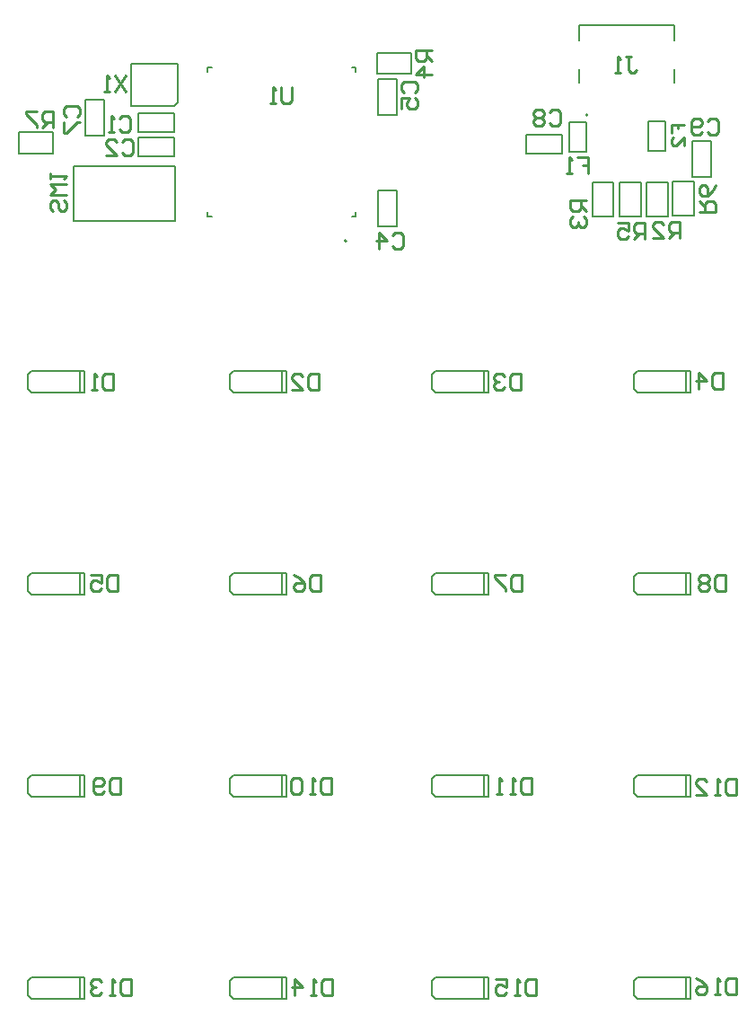
<source format=gbr>
G04*
G04 #@! TF.GenerationSoftware,Altium Limited,Altium Designer,22.4.2 (48)*
G04*
G04 Layer_Color=32896*
%FSLAX25Y25*%
%MOIN*%
G70*
G04*
G04 #@! TF.SameCoordinates,D4448EEE-889B-48FB-A541-E9576EB43F8F*
G04*
G04*
G04 #@! TF.FilePolarity,Positive*
G04*
G01*
G75*
%ADD10C,0.00787*%
%ADD11C,0.00500*%
%ADD12C,0.01000*%
D10*
X455847Y372500D02*
G03*
X455847Y372500I-394J0D01*
G01*
X366204Y325827D02*
G03*
X366204Y325827I-394J0D01*
G01*
X487933Y384665D02*
Y389429D01*
X452736Y384665D02*
Y389429D01*
X487933Y400138D02*
Y406004D01*
X452736D02*
X487933D01*
X452736Y400138D02*
Y406004D01*
X494488Y363009D02*
X501575D01*
Y349623D02*
Y363009D01*
X494488Y349623D02*
X501575D01*
X494488D02*
Y363009D01*
X244685Y366277D02*
X257283D01*
X244685Y358403D02*
Y366277D01*
Y358403D02*
X257283D01*
Y366277D01*
X324213Y269685D02*
X343898D01*
X323031Y270866D02*
X324213Y269685D01*
X323031Y270866D02*
Y276378D01*
X324213Y277559D02*
X343898D01*
X323031Y276378D02*
X324213Y277559D01*
X343898Y269685D02*
Y277559D01*
X342323Y269685D02*
Y277559D01*
X264961Y333071D02*
X302756D01*
X264961D02*
Y353543D01*
X302756D01*
Y333071D02*
Y353543D01*
X446260Y358268D02*
Y365354D01*
X432874Y358268D02*
X446260D01*
X432874D02*
Y365354D01*
X446260D01*
X276378Y364764D02*
Y378150D01*
X269291D02*
X276378D01*
X269291Y364764D02*
Y378150D01*
Y364764D02*
X276378D01*
X492323Y44685D02*
Y52559D01*
X493898Y44685D02*
Y52559D01*
X473032Y51378D02*
X474213Y52559D01*
X493898D01*
X473032Y45866D02*
Y51378D01*
Y45866D02*
X474213Y44685D01*
X493898D01*
X417323D02*
Y52559D01*
X418898Y44685D02*
Y52559D01*
X398031Y51378D02*
X399213Y52559D01*
X418898D01*
X398031Y45866D02*
Y51378D01*
Y45866D02*
X399213Y44685D01*
X418898D01*
X342323D02*
Y52559D01*
X343898Y44685D02*
Y52559D01*
X323031Y51378D02*
X324213Y52559D01*
X343898D01*
X323031Y45866D02*
Y51378D01*
Y45866D02*
X324213Y44685D01*
X343898D01*
X267323D02*
Y52559D01*
X268898Y44685D02*
Y52559D01*
X248031Y51378D02*
X249213Y52559D01*
X268898D01*
X248031Y45866D02*
Y51378D01*
Y45866D02*
X249213Y44685D01*
X268898D01*
X492323Y119685D02*
Y127559D01*
X493898Y119685D02*
Y127559D01*
X473032Y126378D02*
X474213Y127559D01*
X493898D01*
X473032Y120866D02*
Y126378D01*
Y120866D02*
X474213Y119685D01*
X493898D01*
X417323D02*
Y127559D01*
X418898Y119685D02*
Y127559D01*
X398031Y126378D02*
X399213Y127559D01*
X418898D01*
X398031Y120866D02*
Y126378D01*
Y120866D02*
X399213Y119685D01*
X418898D01*
X342323D02*
Y127559D01*
X343898Y119685D02*
Y127559D01*
X323031Y126378D02*
X324213Y127559D01*
X343898D01*
X323031Y120866D02*
Y126378D01*
Y120866D02*
X324213Y119685D01*
X343898D01*
X267323D02*
Y127559D01*
X268898Y119685D02*
Y127559D01*
X248031Y126378D02*
X249213Y127559D01*
X268898D01*
X248031Y120866D02*
Y126378D01*
Y120866D02*
X249213Y119685D01*
X268898D01*
X492323Y194685D02*
Y202559D01*
X493898Y194685D02*
Y202559D01*
X473032Y201378D02*
X474213Y202559D01*
X493898D01*
X473032Y195866D02*
Y201378D01*
Y195866D02*
X474213Y194685D01*
X493898D01*
X417323D02*
Y202559D01*
X418898Y194685D02*
Y202559D01*
X398031Y201378D02*
X399213Y202559D01*
X418898D01*
X398031Y195866D02*
Y201378D01*
Y195866D02*
X399213Y194685D01*
X418898D01*
X342323D02*
Y202559D01*
X343898Y194685D02*
Y202559D01*
X323031Y201378D02*
X324213Y202559D01*
X343898D01*
X323031Y195866D02*
Y201378D01*
Y195866D02*
X324213Y194685D01*
X343898D01*
X267323D02*
Y202559D01*
X268898Y194685D02*
Y202559D01*
X248031Y201378D02*
X249213Y202559D01*
X268898D01*
X248031Y195866D02*
Y201378D01*
Y195866D02*
X249213Y194685D01*
X268898D01*
X267323Y269685D02*
Y277559D01*
X268898Y269685D02*
Y277559D01*
X248031Y276378D02*
X249213Y277559D01*
X268898D01*
X248031Y270866D02*
Y276378D01*
Y270866D02*
X249213Y269685D01*
X268898D01*
X492323D02*
Y277559D01*
X493898Y269685D02*
Y277559D01*
X473032Y276378D02*
X474213Y277559D01*
X493898D01*
X473032Y270866D02*
Y276378D01*
Y270866D02*
X474213Y269685D01*
X493898D01*
X417323D02*
Y277559D01*
X418898Y269685D02*
Y277559D01*
X398031Y276378D02*
X399213Y277559D01*
X418898D01*
X398031Y270866D02*
Y276378D01*
Y270866D02*
X399213Y269685D01*
X418898D01*
X286221Y375984D02*
X302362D01*
X303543Y377165D01*
Y391732D01*
X286221D02*
X303543D01*
X286221Y375984D02*
Y391732D01*
X475591Y334842D02*
Y347441D01*
X467717D02*
X475591D01*
X467717Y334842D02*
Y347441D01*
Y334842D02*
X475591D01*
X485613D02*
Y347441D01*
X477739D02*
X485613D01*
X477739Y334842D02*
Y347441D01*
Y334842D02*
X485613D01*
X465354D02*
Y347441D01*
X457480D02*
X465354D01*
X457480Y334842D02*
Y347441D01*
Y334842D02*
X465354D01*
X495276Y335236D02*
Y347835D01*
X487402D02*
X495276D01*
X487402Y335236D02*
Y347835D01*
Y335236D02*
X495276D01*
X377953Y372621D02*
Y386007D01*
Y372621D02*
X385039D01*
Y386007D01*
X377953D02*
X385039D01*
X288779Y357267D02*
X302165D01*
Y364353D01*
X288779D02*
X302165D01*
X288779Y357267D02*
Y364353D01*
X385039Y331299D02*
Y344685D01*
X377953D02*
X385039D01*
X377953Y331299D02*
Y344685D01*
Y331299D02*
X385039D01*
X484646Y359154D02*
Y370177D01*
X478346Y359154D02*
X484646D01*
X478346D02*
Y370177D01*
X484646D01*
X455118Y358760D02*
Y369783D01*
X448819Y358760D02*
X455118D01*
X448819D02*
Y369783D01*
X455118D01*
X377756Y387795D02*
X390354D01*
Y395669D01*
X377756D02*
X390354D01*
X377756Y387795D02*
Y395669D01*
X288779Y366142D02*
X302165D01*
Y373228D01*
X288779D02*
X302165D01*
X288779Y366142D02*
Y373228D01*
D11*
X314629Y388563D02*
Y390158D01*
X369747Y388563D02*
Y390158D01*
X314629Y335039D02*
Y336634D01*
X369747Y335039D02*
Y336634D01*
X314629Y390158D02*
X316223D01*
X368153D02*
X369747D01*
X314629Y335039D02*
X316223D01*
X368153D02*
X369747D01*
D12*
X257361Y367867D02*
Y373865D01*
X254362D01*
X253362Y372866D01*
Y370866D01*
X254362Y369866D01*
X257361D01*
X255361D02*
X253362Y367867D01*
X251362Y373865D02*
X247364D01*
Y372866D01*
X251362Y368867D01*
Y367867D01*
X261358Y340808D02*
X262357Y339808D01*
Y337809D01*
X261358Y336809D01*
X260358D01*
X259358Y337809D01*
Y339808D01*
X258359Y340808D01*
X257359D01*
X256359Y339808D01*
Y337809D01*
X257359Y336809D01*
X262357Y342807D02*
X256359D01*
X258359Y344807D01*
X256359Y346806D01*
X262357D01*
X256359Y348805D02*
Y350805D01*
Y349805D01*
X262357D01*
X261358Y348805D01*
X346026Y382822D02*
Y377823D01*
X345027Y376824D01*
X343027D01*
X342028Y377823D01*
Y382822D01*
X340028Y376824D02*
X338029D01*
X339029D01*
Y382822D01*
X340028Y381822D01*
X284314Y387251D02*
X280315Y381253D01*
Y387251D02*
X284314Y381253D01*
X278316D02*
X276316D01*
X277316D01*
Y387251D01*
X278316Y386251D01*
X497395Y336537D02*
X503393D01*
Y339536D01*
X502393Y340536D01*
X500394D01*
X499394Y339536D01*
Y336537D01*
Y338536D02*
X497395Y340536D01*
X503393Y346534D02*
X502393Y344534D01*
X500394Y342535D01*
X498394D01*
X497395Y343535D01*
Y345534D01*
X498394Y346534D01*
X499394D01*
X500394Y345534D01*
Y342535D01*
X476849Y326725D02*
Y332723D01*
X473850D01*
X472850Y331724D01*
Y329724D01*
X473850Y328725D01*
X476849D01*
X474849D02*
X472850Y326725D01*
X466852Y332723D02*
X470851D01*
Y329724D01*
X468851Y330724D01*
X467852D01*
X466852Y329724D01*
Y327725D01*
X467852Y326725D01*
X469851D01*
X470851Y327725D01*
X397979Y396731D02*
X391981D01*
Y393732D01*
X392981Y392732D01*
X394980D01*
X395980Y393732D01*
Y396731D01*
Y394731D02*
X397979Y392732D01*
Y387734D02*
X391981D01*
X394980Y390733D01*
Y386734D01*
X455164Y340924D02*
X449166D01*
Y337925D01*
X450166Y336925D01*
X452165D01*
X453165Y337925D01*
Y340924D01*
Y338924D02*
X455164Y336925D01*
X450166Y334926D02*
X449166Y333926D01*
Y331926D01*
X450166Y330927D01*
X451166D01*
X452165Y331926D01*
Y332926D01*
Y331926D01*
X453165Y330927D01*
X454165D01*
X455164Y331926D01*
Y333926D01*
X454165Y334926D01*
X489939Y326922D02*
Y332920D01*
X486940D01*
X485941Y331921D01*
Y329921D01*
X486940Y328922D01*
X489939D01*
X487940D02*
X485941Y326922D01*
X479943D02*
X483941D01*
X479943Y330921D01*
Y331921D01*
X480942Y332920D01*
X482942D01*
X483941Y331921D01*
X469969Y394183D02*
X471968D01*
X470968D01*
Y389185D01*
X471968Y388185D01*
X472967D01*
X473967Y389185D01*
X467969Y388185D02*
X465970D01*
X466969D01*
Y394183D01*
X467969Y393183D01*
X486910Y365846D02*
Y368995D01*
X489272D01*
Y367421D01*
Y368995D01*
X491633D01*
Y361123D02*
Y364272D01*
X488484Y361123D01*
X487697D01*
X486910Y361911D01*
Y363485D01*
X487697Y364272D01*
X451968Y357034D02*
X455967D01*
Y354035D01*
X453968D01*
X455967D01*
Y351036D01*
X449969D02*
X447970D01*
X448970D01*
Y357034D01*
X449969Y356035D01*
X511041Y52212D02*
Y46214D01*
X508042D01*
X507042Y47213D01*
Y51212D01*
X508042Y52212D01*
X511041D01*
X505043Y46214D02*
X503044D01*
X504043D01*
Y52212D01*
X505043Y51212D01*
X496046Y52212D02*
X498045Y51212D01*
X500044Y49213D01*
Y47213D01*
X499045Y46214D01*
X497045D01*
X496046Y47213D01*
Y48213D01*
X497045Y49213D01*
X500044D01*
X436631Y51818D02*
Y45820D01*
X433632D01*
X432633Y46819D01*
Y50818D01*
X433632Y51818D01*
X436631D01*
X430633Y45820D02*
X428634D01*
X429634D01*
Y51818D01*
X430633Y50818D01*
X421636Y51818D02*
X425635D01*
Y48819D01*
X423636Y49819D01*
X422636D01*
X421636Y48819D01*
Y46819D01*
X422636Y45820D01*
X424635D01*
X425635Y46819D01*
X361041Y51818D02*
Y45820D01*
X358042D01*
X357042Y46819D01*
Y50818D01*
X358042Y51818D01*
X361041D01*
X355043Y45820D02*
X353044D01*
X354043D01*
Y51818D01*
X355043Y50818D01*
X347045Y45820D02*
Y51818D01*
X350044Y48819D01*
X346046D01*
X286238Y51818D02*
Y45820D01*
X283239D01*
X282239Y46819D01*
Y50818D01*
X283239Y51818D01*
X286238D01*
X280240Y45820D02*
X278240D01*
X279240D01*
Y51818D01*
X280240Y50818D01*
X275241D02*
X274242Y51818D01*
X272242D01*
X271243Y50818D01*
Y49819D01*
X272242Y48819D01*
X273242D01*
X272242D01*
X271243Y47819D01*
Y46819D01*
X272242Y45820D01*
X274242D01*
X275241Y46819D01*
X511041Y126227D02*
Y120229D01*
X508042D01*
X507042Y121229D01*
Y125228D01*
X508042Y126227D01*
X511041D01*
X505043Y120229D02*
X503044D01*
X504043D01*
Y126227D01*
X505043Y125228D01*
X496046Y120229D02*
X500044D01*
X496046Y124228D01*
Y125228D01*
X497045Y126227D01*
X499045D01*
X500044Y125228D01*
X434844Y126621D02*
Y120623D01*
X431845D01*
X430846Y121623D01*
Y125621D01*
X431845Y126621D01*
X434844D01*
X428846Y120623D02*
X426847D01*
X427847D01*
Y126621D01*
X428846Y125621D01*
X423848Y120623D02*
X421849D01*
X422848D01*
Y126621D01*
X423848Y125621D01*
X360647Y126621D02*
Y120623D01*
X357648D01*
X356648Y121623D01*
Y125621D01*
X357648Y126621D01*
X360647D01*
X354649Y120623D02*
X352650D01*
X353649D01*
Y126621D01*
X354649Y125621D01*
X349651D02*
X348651Y126621D01*
X346652D01*
X345652Y125621D01*
Y121623D01*
X346652Y120623D01*
X348651D01*
X349651Y121623D01*
Y125621D01*
X282164Y126621D02*
Y120623D01*
X279165D01*
X278165Y121623D01*
Y125621D01*
X279165Y126621D01*
X282164D01*
X276166Y121623D02*
X275166Y120623D01*
X273167D01*
X272167Y121623D01*
Y125621D01*
X273167Y126621D01*
X275166D01*
X276166Y125621D01*
Y124622D01*
X275166Y123622D01*
X272167D01*
X506967Y201818D02*
Y195820D01*
X503968D01*
X502968Y196820D01*
Y200818D01*
X503968Y201818D01*
X506967D01*
X500969Y200818D02*
X499969Y201818D01*
X497970D01*
X496970Y200818D01*
Y199819D01*
X497970Y198819D01*
X496970Y197819D01*
Y196820D01*
X497970Y195820D01*
X499969D01*
X500969Y196820D01*
Y197819D01*
X499969Y198819D01*
X500969Y199819D01*
Y200818D01*
X499969Y198819D02*
X497970D01*
X431376Y201818D02*
Y195820D01*
X428377D01*
X427378Y196820D01*
Y200818D01*
X428377Y201818D01*
X431376D01*
X425378D02*
X421380D01*
Y200818D01*
X425378Y196820D01*
Y195820D01*
X356573Y201818D02*
Y195820D01*
X353574D01*
X352574Y196820D01*
Y200818D01*
X353574Y201818D01*
X356573D01*
X346576D02*
X348576Y200818D01*
X350575Y198819D01*
Y196820D01*
X349575Y195820D01*
X347576D01*
X346576Y196820D01*
Y197819D01*
X347576Y198819D01*
X350575D01*
X281376Y201818D02*
Y195820D01*
X278377D01*
X277378Y196820D01*
Y200818D01*
X278377Y201818D01*
X281376D01*
X271380D02*
X275378D01*
Y198819D01*
X273379Y199819D01*
X272379D01*
X271380Y198819D01*
Y196820D01*
X272379Y195820D01*
X274379D01*
X275378Y196820D01*
X505786Y277015D02*
Y271017D01*
X502787D01*
X501787Y272016D01*
Y276015D01*
X502787Y277015D01*
X505786D01*
X496789Y271017D02*
Y277015D01*
X499788Y274016D01*
X495789D01*
X430983Y276621D02*
Y270623D01*
X427984D01*
X426984Y271623D01*
Y275621D01*
X427984Y276621D01*
X430983D01*
X424985Y275621D02*
X423985Y276621D01*
X421985D01*
X420986Y275621D01*
Y274622D01*
X421985Y273622D01*
X422985D01*
X421985D01*
X420986Y272622D01*
Y271623D01*
X421985Y270623D01*
X423985D01*
X424985Y271623D01*
X355786Y276621D02*
Y270623D01*
X352787D01*
X351787Y271623D01*
Y275621D01*
X352787Y276621D01*
X355786D01*
X345789Y270623D02*
X349788D01*
X345789Y274622D01*
Y275621D01*
X346789Y276621D01*
X348788D01*
X349788Y275621D01*
X279589Y276621D02*
Y270623D01*
X276590D01*
X275590Y271623D01*
Y275621D01*
X276590Y276621D01*
X279589D01*
X273591Y270623D02*
X271592D01*
X272591D01*
Y276621D01*
X273591Y275621D01*
X500212Y370208D02*
X501212Y371208D01*
X503211D01*
X504211Y370208D01*
Y366209D01*
X503211Y365210D01*
X501212D01*
X500212Y366209D01*
X498213D02*
X497213Y365210D01*
X495214D01*
X494214Y366209D01*
Y370208D01*
X495214Y371208D01*
X497213D01*
X498213Y370208D01*
Y369208D01*
X497213Y368209D01*
X494214D01*
X441701Y373698D02*
X442701Y374698D01*
X444700D01*
X445700Y373698D01*
Y369700D01*
X444700Y368700D01*
X442701D01*
X441701Y369700D01*
X439702Y373698D02*
X438702Y374698D01*
X436703D01*
X435703Y373698D01*
Y372699D01*
X436703Y371699D01*
X435703Y370699D01*
Y369700D01*
X436703Y368700D01*
X438702D01*
X439702Y369700D01*
Y370699D01*
X438702Y371699D01*
X439702Y372699D01*
Y373698D01*
X438702Y371699D02*
X436703D01*
X262272Y371767D02*
X261273Y372767D01*
Y374766D01*
X262272Y375766D01*
X266271D01*
X267271Y374766D01*
Y372767D01*
X266271Y371767D01*
X261273Y369768D02*
Y365769D01*
X262272D01*
X266271Y369768D01*
X267271D01*
X387567Y380904D02*
X386568Y381904D01*
Y383903D01*
X387567Y384903D01*
X391566D01*
X392566Y383903D01*
Y381904D01*
X391566Y380904D01*
X386568Y374906D02*
Y378905D01*
X389567D01*
X388567Y376905D01*
Y375906D01*
X389567Y374906D01*
X391566D01*
X392566Y375906D01*
Y377905D01*
X391566Y378905D01*
X383283Y327885D02*
X384283Y328885D01*
X386282D01*
X387282Y327885D01*
Y323886D01*
X386282Y322887D01*
X384283D01*
X383283Y323886D01*
X378285Y322887D02*
Y328885D01*
X381284Y325886D01*
X377285D01*
X282889Y362629D02*
X283889Y363629D01*
X285889D01*
X286888Y362629D01*
Y358631D01*
X285889Y357631D01*
X283889D01*
X282889Y358631D01*
X276891Y357631D02*
X280890D01*
X276891Y361630D01*
Y362629D01*
X277891Y363629D01*
X279890D01*
X280890Y362629D01*
X281890Y371291D02*
X282889Y372290D01*
X284889D01*
X285889Y371291D01*
Y367292D01*
X284889Y366292D01*
X282889D01*
X281890Y367292D01*
X279890Y366292D02*
X277891D01*
X278891D01*
Y372290D01*
X279890Y371291D01*
M02*

</source>
